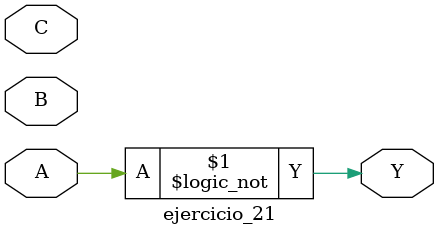
<source format=v>
module ejercicio_21(
    
    input A, B, C,
    output Y
);
    assign Y = !A;
endmodule
</source>
